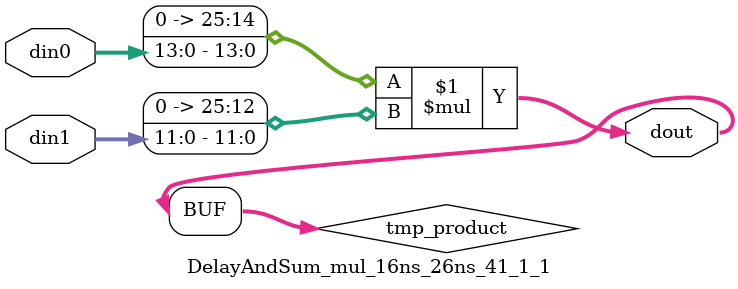
<source format=v>

`timescale 1 ns / 1 ps

 module DelayAndSum_mul_16ns_26ns_41_1_1(din0, din1, dout);
parameter ID = 1;
parameter NUM_STAGE = 0;
parameter din0_WIDTH = 14;
parameter din1_WIDTH = 12;
parameter dout_WIDTH = 26;

input [din0_WIDTH - 1 : 0] din0; 
input [din1_WIDTH - 1 : 0] din1; 
output [dout_WIDTH - 1 : 0] dout;

wire signed [dout_WIDTH - 1 : 0] tmp_product;
























assign tmp_product = $signed({1'b0, din0}) * $signed({1'b0, din1});











assign dout = tmp_product;





















endmodule

</source>
